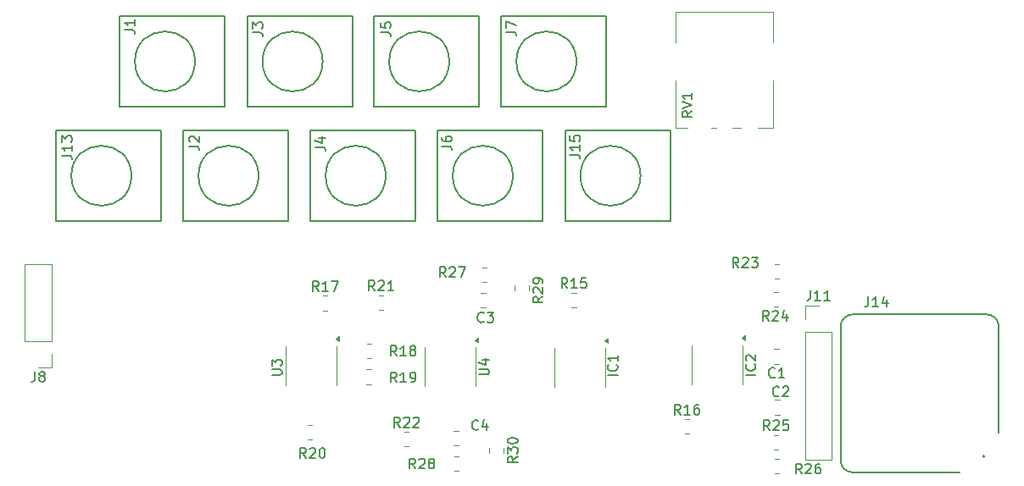
<source format=gbr>
G04 #@! TF.GenerationSoftware,KiCad,Pcbnew,8.0.2*
G04 #@! TF.CreationDate,2025-05-17T16:19:13-07:00*
G04 #@! TF.ProjectId,Exits-1U,45786974-732d-4315-952e-6b696361645f,2.1*
G04 #@! TF.SameCoordinates,Original*
G04 #@! TF.FileFunction,Legend,Top*
G04 #@! TF.FilePolarity,Positive*
%FSLAX46Y46*%
G04 Gerber Fmt 4.6, Leading zero omitted, Abs format (unit mm)*
G04 Created by KiCad (PCBNEW 8.0.2) date 2025-05-17 16:19:13*
%MOMM*%
%LPD*%
G01*
G04 APERTURE LIST*
%ADD10C,0.150000*%
%ADD11C,0.120000*%
%ADD12C,0.127000*%
%ADD13C,0.200000*%
G04 APERTURE END LIST*
D10*
X126308219Y-139253789D02*
X125308219Y-139253789D01*
X126212980Y-138206171D02*
X126260600Y-138253790D01*
X126260600Y-138253790D02*
X126308219Y-138396647D01*
X126308219Y-138396647D02*
X126308219Y-138491885D01*
X126308219Y-138491885D02*
X126260600Y-138634742D01*
X126260600Y-138634742D02*
X126165361Y-138729980D01*
X126165361Y-138729980D02*
X126070123Y-138777599D01*
X126070123Y-138777599D02*
X125879647Y-138825218D01*
X125879647Y-138825218D02*
X125736790Y-138825218D01*
X125736790Y-138825218D02*
X125546314Y-138777599D01*
X125546314Y-138777599D02*
X125451076Y-138729980D01*
X125451076Y-138729980D02*
X125355838Y-138634742D01*
X125355838Y-138634742D02*
X125308219Y-138491885D01*
X125308219Y-138491885D02*
X125308219Y-138396647D01*
X125308219Y-138396647D02*
X125355838Y-138253790D01*
X125355838Y-138253790D02*
X125403457Y-138206171D01*
X125403457Y-137825218D02*
X125355838Y-137777599D01*
X125355838Y-137777599D02*
X125308219Y-137682361D01*
X125308219Y-137682361D02*
X125308219Y-137444266D01*
X125308219Y-137444266D02*
X125355838Y-137349028D01*
X125355838Y-137349028D02*
X125403457Y-137301409D01*
X125403457Y-137301409D02*
X125498695Y-137253790D01*
X125498695Y-137253790D02*
X125593933Y-137253790D01*
X125593933Y-137253790D02*
X125736790Y-137301409D01*
X125736790Y-137301409D02*
X126308219Y-137872837D01*
X126308219Y-137872837D02*
X126308219Y-137253790D01*
X69711219Y-116385933D02*
X70425504Y-116385933D01*
X70425504Y-116385933D02*
X70568361Y-116433552D01*
X70568361Y-116433552D02*
X70663600Y-116528790D01*
X70663600Y-116528790D02*
X70711219Y-116671647D01*
X70711219Y-116671647D02*
X70711219Y-116766885D01*
X69806457Y-115957361D02*
X69758838Y-115909742D01*
X69758838Y-115909742D02*
X69711219Y-115814504D01*
X69711219Y-115814504D02*
X69711219Y-115576409D01*
X69711219Y-115576409D02*
X69758838Y-115481171D01*
X69758838Y-115481171D02*
X69806457Y-115433552D01*
X69806457Y-115433552D02*
X69901695Y-115385933D01*
X69901695Y-115385933D02*
X69996933Y-115385933D01*
X69996933Y-115385933D02*
X70139790Y-115433552D01*
X70139790Y-115433552D02*
X70711219Y-116004980D01*
X70711219Y-116004980D02*
X70711219Y-115385933D01*
X98663619Y-139242704D02*
X99473142Y-139242704D01*
X99473142Y-139242704D02*
X99568380Y-139195085D01*
X99568380Y-139195085D02*
X99616000Y-139147466D01*
X99616000Y-139147466D02*
X99663619Y-139052228D01*
X99663619Y-139052228D02*
X99663619Y-138861752D01*
X99663619Y-138861752D02*
X99616000Y-138766514D01*
X99616000Y-138766514D02*
X99568380Y-138718895D01*
X99568380Y-138718895D02*
X99473142Y-138671276D01*
X99473142Y-138671276D02*
X98663619Y-138671276D01*
X98996952Y-137766514D02*
X99663619Y-137766514D01*
X98616000Y-138004609D02*
X99330285Y-138242704D01*
X99330285Y-138242704D02*
X99330285Y-137623657D01*
X57011219Y-117319323D02*
X57725504Y-117319323D01*
X57725504Y-117319323D02*
X57868361Y-117366942D01*
X57868361Y-117366942D02*
X57963600Y-117462180D01*
X57963600Y-117462180D02*
X58011219Y-117605037D01*
X58011219Y-117605037D02*
X58011219Y-117700275D01*
X58011219Y-116319323D02*
X58011219Y-116890751D01*
X58011219Y-116605037D02*
X57011219Y-116605037D01*
X57011219Y-116605037D02*
X57154076Y-116700275D01*
X57154076Y-116700275D02*
X57249314Y-116795513D01*
X57249314Y-116795513D02*
X57296933Y-116890751D01*
X57011219Y-115985989D02*
X57011219Y-115366942D01*
X57011219Y-115366942D02*
X57392171Y-115700275D01*
X57392171Y-115700275D02*
X57392171Y-115557418D01*
X57392171Y-115557418D02*
X57439790Y-115462180D01*
X57439790Y-115462180D02*
X57487409Y-115414561D01*
X57487409Y-115414561D02*
X57582647Y-115366942D01*
X57582647Y-115366942D02*
X57820742Y-115366942D01*
X57820742Y-115366942D02*
X57915980Y-115414561D01*
X57915980Y-115414561D02*
X57963600Y-115462180D01*
X57963600Y-115462180D02*
X58011219Y-115557418D01*
X58011219Y-115557418D02*
X58011219Y-115843132D01*
X58011219Y-115843132D02*
X57963600Y-115938370D01*
X57963600Y-115938370D02*
X57915980Y-115985989D01*
X82669142Y-130884819D02*
X82335809Y-130408628D01*
X82097714Y-130884819D02*
X82097714Y-129884819D01*
X82097714Y-129884819D02*
X82478666Y-129884819D01*
X82478666Y-129884819D02*
X82573904Y-129932438D01*
X82573904Y-129932438D02*
X82621523Y-129980057D01*
X82621523Y-129980057D02*
X82669142Y-130075295D01*
X82669142Y-130075295D02*
X82669142Y-130218152D01*
X82669142Y-130218152D02*
X82621523Y-130313390D01*
X82621523Y-130313390D02*
X82573904Y-130361009D01*
X82573904Y-130361009D02*
X82478666Y-130408628D01*
X82478666Y-130408628D02*
X82097714Y-130408628D01*
X83621523Y-130884819D02*
X83050095Y-130884819D01*
X83335809Y-130884819D02*
X83335809Y-129884819D01*
X83335809Y-129884819D02*
X83240571Y-130027676D01*
X83240571Y-130027676D02*
X83145333Y-130122914D01*
X83145333Y-130122914D02*
X83050095Y-130170533D01*
X83954857Y-129884819D02*
X84621523Y-129884819D01*
X84621523Y-129884819D02*
X84192952Y-130884819D01*
X63310419Y-104752733D02*
X64024704Y-104752733D01*
X64024704Y-104752733D02*
X64167561Y-104800352D01*
X64167561Y-104800352D02*
X64262800Y-104895590D01*
X64262800Y-104895590D02*
X64310419Y-105038447D01*
X64310419Y-105038447D02*
X64310419Y-105133685D01*
X64310419Y-103752733D02*
X64310419Y-104324161D01*
X64310419Y-104038447D02*
X63310419Y-104038447D01*
X63310419Y-104038447D02*
X63453276Y-104133685D01*
X63453276Y-104133685D02*
X63548514Y-104228923D01*
X63548514Y-104228923D02*
X63596133Y-104324161D01*
X95369142Y-129486819D02*
X95035809Y-129010628D01*
X94797714Y-129486819D02*
X94797714Y-128486819D01*
X94797714Y-128486819D02*
X95178666Y-128486819D01*
X95178666Y-128486819D02*
X95273904Y-128534438D01*
X95273904Y-128534438D02*
X95321523Y-128582057D01*
X95321523Y-128582057D02*
X95369142Y-128677295D01*
X95369142Y-128677295D02*
X95369142Y-128820152D01*
X95369142Y-128820152D02*
X95321523Y-128915390D01*
X95321523Y-128915390D02*
X95273904Y-128963009D01*
X95273904Y-128963009D02*
X95178666Y-129010628D01*
X95178666Y-129010628D02*
X94797714Y-129010628D01*
X95750095Y-128582057D02*
X95797714Y-128534438D01*
X95797714Y-128534438D02*
X95892952Y-128486819D01*
X95892952Y-128486819D02*
X96131047Y-128486819D01*
X96131047Y-128486819D02*
X96226285Y-128534438D01*
X96226285Y-128534438D02*
X96273904Y-128582057D01*
X96273904Y-128582057D02*
X96321523Y-128677295D01*
X96321523Y-128677295D02*
X96321523Y-128772533D01*
X96321523Y-128772533D02*
X96273904Y-128915390D01*
X96273904Y-128915390D02*
X95702476Y-129486819D01*
X95702476Y-129486819D02*
X96321523Y-129486819D01*
X96654857Y-128486819D02*
X97321523Y-128486819D01*
X97321523Y-128486819D02*
X96892952Y-129486819D01*
X119962019Y-112914038D02*
X119485828Y-113247371D01*
X119962019Y-113485466D02*
X118962019Y-113485466D01*
X118962019Y-113485466D02*
X118962019Y-113104514D01*
X118962019Y-113104514D02*
X119009638Y-113009276D01*
X119009638Y-113009276D02*
X119057257Y-112961657D01*
X119057257Y-112961657D02*
X119152495Y-112914038D01*
X119152495Y-112914038D02*
X119295352Y-112914038D01*
X119295352Y-112914038D02*
X119390590Y-112961657D01*
X119390590Y-112961657D02*
X119438209Y-113009276D01*
X119438209Y-113009276D02*
X119485828Y-113104514D01*
X119485828Y-113104514D02*
X119485828Y-113485466D01*
X118962019Y-112628323D02*
X119962019Y-112294990D01*
X119962019Y-112294990D02*
X118962019Y-111961657D01*
X119962019Y-111104514D02*
X119962019Y-111675942D01*
X119962019Y-111390228D02*
X118962019Y-111390228D01*
X118962019Y-111390228D02*
X119104876Y-111485466D01*
X119104876Y-111485466D02*
X119200114Y-111580704D01*
X119200114Y-111580704D02*
X119247733Y-111675942D01*
X92321142Y-148638419D02*
X91987809Y-148162228D01*
X91749714Y-148638419D02*
X91749714Y-147638419D01*
X91749714Y-147638419D02*
X92130666Y-147638419D01*
X92130666Y-147638419D02*
X92225904Y-147686038D01*
X92225904Y-147686038D02*
X92273523Y-147733657D01*
X92273523Y-147733657D02*
X92321142Y-147828895D01*
X92321142Y-147828895D02*
X92321142Y-147971752D01*
X92321142Y-147971752D02*
X92273523Y-148066990D01*
X92273523Y-148066990D02*
X92225904Y-148114609D01*
X92225904Y-148114609D02*
X92130666Y-148162228D01*
X92130666Y-148162228D02*
X91749714Y-148162228D01*
X92702095Y-147733657D02*
X92749714Y-147686038D01*
X92749714Y-147686038D02*
X92844952Y-147638419D01*
X92844952Y-147638419D02*
X93083047Y-147638419D01*
X93083047Y-147638419D02*
X93178285Y-147686038D01*
X93178285Y-147686038D02*
X93225904Y-147733657D01*
X93225904Y-147733657D02*
X93273523Y-147828895D01*
X93273523Y-147828895D02*
X93273523Y-147924133D01*
X93273523Y-147924133D02*
X93225904Y-148066990D01*
X93225904Y-148066990D02*
X92654476Y-148638419D01*
X92654476Y-148638419D02*
X93273523Y-148638419D01*
X93844952Y-148066990D02*
X93749714Y-148019371D01*
X93749714Y-148019371D02*
X93702095Y-147971752D01*
X93702095Y-147971752D02*
X93654476Y-147876514D01*
X93654476Y-147876514D02*
X93654476Y-147828895D01*
X93654476Y-147828895D02*
X93702095Y-147733657D01*
X93702095Y-147733657D02*
X93749714Y-147686038D01*
X93749714Y-147686038D02*
X93844952Y-147638419D01*
X93844952Y-147638419D02*
X94035428Y-147638419D01*
X94035428Y-147638419D02*
X94130666Y-147686038D01*
X94130666Y-147686038D02*
X94178285Y-147733657D01*
X94178285Y-147733657D02*
X94225904Y-147828895D01*
X94225904Y-147828895D02*
X94225904Y-147876514D01*
X94225904Y-147876514D02*
X94178285Y-147971752D01*
X94178285Y-147971752D02*
X94130666Y-148019371D01*
X94130666Y-148019371D02*
X94035428Y-148066990D01*
X94035428Y-148066990D02*
X93844952Y-148066990D01*
X93844952Y-148066990D02*
X93749714Y-148114609D01*
X93749714Y-148114609D02*
X93702095Y-148162228D01*
X93702095Y-148162228D02*
X93654476Y-148257466D01*
X93654476Y-148257466D02*
X93654476Y-148447942D01*
X93654476Y-148447942D02*
X93702095Y-148543180D01*
X93702095Y-148543180D02*
X93749714Y-148590800D01*
X93749714Y-148590800D02*
X93844952Y-148638419D01*
X93844952Y-148638419D02*
X94035428Y-148638419D01*
X94035428Y-148638419D02*
X94130666Y-148590800D01*
X94130666Y-148590800D02*
X94178285Y-148543180D01*
X94178285Y-148543180D02*
X94225904Y-148447942D01*
X94225904Y-148447942D02*
X94225904Y-148257466D01*
X94225904Y-148257466D02*
X94178285Y-148162228D01*
X94178285Y-148162228D02*
X94130666Y-148114609D01*
X94130666Y-148114609D02*
X94035428Y-148066990D01*
X77991619Y-139293504D02*
X78801142Y-139293504D01*
X78801142Y-139293504D02*
X78896380Y-139245885D01*
X78896380Y-139245885D02*
X78944000Y-139198266D01*
X78944000Y-139198266D02*
X78991619Y-139103028D01*
X78991619Y-139103028D02*
X78991619Y-138912552D01*
X78991619Y-138912552D02*
X78944000Y-138817314D01*
X78944000Y-138817314D02*
X78896380Y-138769695D01*
X78896380Y-138769695D02*
X78801142Y-138722076D01*
X78801142Y-138722076D02*
X77991619Y-138722076D01*
X77991619Y-138341123D02*
X77991619Y-137722076D01*
X77991619Y-137722076D02*
X78372571Y-138055409D01*
X78372571Y-138055409D02*
X78372571Y-137912552D01*
X78372571Y-137912552D02*
X78420190Y-137817314D01*
X78420190Y-137817314D02*
X78467809Y-137769695D01*
X78467809Y-137769695D02*
X78563047Y-137722076D01*
X78563047Y-137722076D02*
X78801142Y-137722076D01*
X78801142Y-137722076D02*
X78896380Y-137769695D01*
X78896380Y-137769695D02*
X78944000Y-137817314D01*
X78944000Y-137817314D02*
X78991619Y-137912552D01*
X78991619Y-137912552D02*
X78991619Y-138198266D01*
X78991619Y-138198266D02*
X78944000Y-138293504D01*
X78944000Y-138293504D02*
X78896380Y-138341123D01*
X98588533Y-144682380D02*
X98540914Y-144730000D01*
X98540914Y-144730000D02*
X98398057Y-144777619D01*
X98398057Y-144777619D02*
X98302819Y-144777619D01*
X98302819Y-144777619D02*
X98159962Y-144730000D01*
X98159962Y-144730000D02*
X98064724Y-144634761D01*
X98064724Y-144634761D02*
X98017105Y-144539523D01*
X98017105Y-144539523D02*
X97969486Y-144349047D01*
X97969486Y-144349047D02*
X97969486Y-144206190D01*
X97969486Y-144206190D02*
X98017105Y-144015714D01*
X98017105Y-144015714D02*
X98064724Y-143920476D01*
X98064724Y-143920476D02*
X98159962Y-143825238D01*
X98159962Y-143825238D02*
X98302819Y-143777619D01*
X98302819Y-143777619D02*
X98398057Y-143777619D01*
X98398057Y-143777619D02*
X98540914Y-143825238D01*
X98540914Y-143825238D02*
X98588533Y-143872857D01*
X99445676Y-144110952D02*
X99445676Y-144777619D01*
X99207581Y-143730000D02*
X98969486Y-144444285D01*
X98969486Y-144444285D02*
X99588533Y-144444285D01*
X124613942Y-128521619D02*
X124280609Y-128045428D01*
X124042514Y-128521619D02*
X124042514Y-127521619D01*
X124042514Y-127521619D02*
X124423466Y-127521619D01*
X124423466Y-127521619D02*
X124518704Y-127569238D01*
X124518704Y-127569238D02*
X124566323Y-127616857D01*
X124566323Y-127616857D02*
X124613942Y-127712095D01*
X124613942Y-127712095D02*
X124613942Y-127854952D01*
X124613942Y-127854952D02*
X124566323Y-127950190D01*
X124566323Y-127950190D02*
X124518704Y-127997809D01*
X124518704Y-127997809D02*
X124423466Y-128045428D01*
X124423466Y-128045428D02*
X124042514Y-128045428D01*
X124994895Y-127616857D02*
X125042514Y-127569238D01*
X125042514Y-127569238D02*
X125137752Y-127521619D01*
X125137752Y-127521619D02*
X125375847Y-127521619D01*
X125375847Y-127521619D02*
X125471085Y-127569238D01*
X125471085Y-127569238D02*
X125518704Y-127616857D01*
X125518704Y-127616857D02*
X125566323Y-127712095D01*
X125566323Y-127712095D02*
X125566323Y-127807333D01*
X125566323Y-127807333D02*
X125518704Y-127950190D01*
X125518704Y-127950190D02*
X124947276Y-128521619D01*
X124947276Y-128521619D02*
X125566323Y-128521619D01*
X125899657Y-127521619D02*
X126518704Y-127521619D01*
X126518704Y-127521619D02*
X126185371Y-127902571D01*
X126185371Y-127902571D02*
X126328228Y-127902571D01*
X126328228Y-127902571D02*
X126423466Y-127950190D01*
X126423466Y-127950190D02*
X126471085Y-127997809D01*
X126471085Y-127997809D02*
X126518704Y-128093047D01*
X126518704Y-128093047D02*
X126518704Y-128331142D01*
X126518704Y-128331142D02*
X126471085Y-128426380D01*
X126471085Y-128426380D02*
X126423466Y-128474000D01*
X126423466Y-128474000D02*
X126328228Y-128521619D01*
X126328228Y-128521619D02*
X126042514Y-128521619D01*
X126042514Y-128521619D02*
X125947276Y-128474000D01*
X125947276Y-128474000D02*
X125899657Y-128426380D01*
X90441542Y-140002419D02*
X90108209Y-139526228D01*
X89870114Y-140002419D02*
X89870114Y-139002419D01*
X89870114Y-139002419D02*
X90251066Y-139002419D01*
X90251066Y-139002419D02*
X90346304Y-139050038D01*
X90346304Y-139050038D02*
X90393923Y-139097657D01*
X90393923Y-139097657D02*
X90441542Y-139192895D01*
X90441542Y-139192895D02*
X90441542Y-139335752D01*
X90441542Y-139335752D02*
X90393923Y-139430990D01*
X90393923Y-139430990D02*
X90346304Y-139478609D01*
X90346304Y-139478609D02*
X90251066Y-139526228D01*
X90251066Y-139526228D02*
X89870114Y-139526228D01*
X91393923Y-140002419D02*
X90822495Y-140002419D01*
X91108209Y-140002419D02*
X91108209Y-139002419D01*
X91108209Y-139002419D02*
X91012971Y-139145276D01*
X91012971Y-139145276D02*
X90917733Y-139240514D01*
X90917733Y-139240514D02*
X90822495Y-139288133D01*
X91870114Y-140002419D02*
X92060590Y-140002419D01*
X92060590Y-140002419D02*
X92155828Y-139954800D01*
X92155828Y-139954800D02*
X92203447Y-139907180D01*
X92203447Y-139907180D02*
X92298685Y-139764323D01*
X92298685Y-139764323D02*
X92346304Y-139573847D01*
X92346304Y-139573847D02*
X92346304Y-139192895D01*
X92346304Y-139192895D02*
X92298685Y-139097657D01*
X92298685Y-139097657D02*
X92251066Y-139050038D01*
X92251066Y-139050038D02*
X92155828Y-139002419D01*
X92155828Y-139002419D02*
X91965352Y-139002419D01*
X91965352Y-139002419D02*
X91870114Y-139050038D01*
X91870114Y-139050038D02*
X91822495Y-139097657D01*
X91822495Y-139097657D02*
X91774876Y-139192895D01*
X91774876Y-139192895D02*
X91774876Y-139430990D01*
X91774876Y-139430990D02*
X91822495Y-139526228D01*
X91822495Y-139526228D02*
X91870114Y-139573847D01*
X91870114Y-139573847D02*
X91965352Y-139621466D01*
X91965352Y-139621466D02*
X92155828Y-139621466D01*
X92155828Y-139621466D02*
X92251066Y-139573847D01*
X92251066Y-139573847D02*
X92298685Y-139526228D01*
X92298685Y-139526228D02*
X92346304Y-139430990D01*
X107510342Y-130580019D02*
X107177009Y-130103828D01*
X106938914Y-130580019D02*
X106938914Y-129580019D01*
X106938914Y-129580019D02*
X107319866Y-129580019D01*
X107319866Y-129580019D02*
X107415104Y-129627638D01*
X107415104Y-129627638D02*
X107462723Y-129675257D01*
X107462723Y-129675257D02*
X107510342Y-129770495D01*
X107510342Y-129770495D02*
X107510342Y-129913352D01*
X107510342Y-129913352D02*
X107462723Y-130008590D01*
X107462723Y-130008590D02*
X107415104Y-130056209D01*
X107415104Y-130056209D02*
X107319866Y-130103828D01*
X107319866Y-130103828D02*
X106938914Y-130103828D01*
X108462723Y-130580019D02*
X107891295Y-130580019D01*
X108177009Y-130580019D02*
X108177009Y-129580019D01*
X108177009Y-129580019D02*
X108081771Y-129722876D01*
X108081771Y-129722876D02*
X107986533Y-129818114D01*
X107986533Y-129818114D02*
X107891295Y-129865733D01*
X109367485Y-129580019D02*
X108891295Y-129580019D01*
X108891295Y-129580019D02*
X108843676Y-130056209D01*
X108843676Y-130056209D02*
X108891295Y-130008590D01*
X108891295Y-130008590D02*
X108986533Y-129960971D01*
X108986533Y-129960971D02*
X109224628Y-129960971D01*
X109224628Y-129960971D02*
X109319866Y-130008590D01*
X109319866Y-130008590D02*
X109367485Y-130056209D01*
X109367485Y-130056209D02*
X109415104Y-130151447D01*
X109415104Y-130151447D02*
X109415104Y-130389542D01*
X109415104Y-130389542D02*
X109367485Y-130484780D01*
X109367485Y-130484780D02*
X109319866Y-130532400D01*
X109319866Y-130532400D02*
X109224628Y-130580019D01*
X109224628Y-130580019D02*
X108986533Y-130580019D01*
X108986533Y-130580019D02*
X108891295Y-130532400D01*
X108891295Y-130532400D02*
X108843676Y-130484780D01*
X127712742Y-144804019D02*
X127379409Y-144327828D01*
X127141314Y-144804019D02*
X127141314Y-143804019D01*
X127141314Y-143804019D02*
X127522266Y-143804019D01*
X127522266Y-143804019D02*
X127617504Y-143851638D01*
X127617504Y-143851638D02*
X127665123Y-143899257D01*
X127665123Y-143899257D02*
X127712742Y-143994495D01*
X127712742Y-143994495D02*
X127712742Y-144137352D01*
X127712742Y-144137352D02*
X127665123Y-144232590D01*
X127665123Y-144232590D02*
X127617504Y-144280209D01*
X127617504Y-144280209D02*
X127522266Y-144327828D01*
X127522266Y-144327828D02*
X127141314Y-144327828D01*
X128093695Y-143899257D02*
X128141314Y-143851638D01*
X128141314Y-143851638D02*
X128236552Y-143804019D01*
X128236552Y-143804019D02*
X128474647Y-143804019D01*
X128474647Y-143804019D02*
X128569885Y-143851638D01*
X128569885Y-143851638D02*
X128617504Y-143899257D01*
X128617504Y-143899257D02*
X128665123Y-143994495D01*
X128665123Y-143994495D02*
X128665123Y-144089733D01*
X128665123Y-144089733D02*
X128617504Y-144232590D01*
X128617504Y-144232590D02*
X128046076Y-144804019D01*
X128046076Y-144804019D02*
X128665123Y-144804019D01*
X129569885Y-143804019D02*
X129093695Y-143804019D01*
X129093695Y-143804019D02*
X129046076Y-144280209D01*
X129046076Y-144280209D02*
X129093695Y-144232590D01*
X129093695Y-144232590D02*
X129188933Y-144184971D01*
X129188933Y-144184971D02*
X129427028Y-144184971D01*
X129427028Y-144184971D02*
X129522266Y-144232590D01*
X129522266Y-144232590D02*
X129569885Y-144280209D01*
X129569885Y-144280209D02*
X129617504Y-144375447D01*
X129617504Y-144375447D02*
X129617504Y-144613542D01*
X129617504Y-144613542D02*
X129569885Y-144708780D01*
X129569885Y-144708780D02*
X129522266Y-144756400D01*
X129522266Y-144756400D02*
X129427028Y-144804019D01*
X129427028Y-144804019D02*
X129188933Y-144804019D01*
X129188933Y-144804019D02*
X129093695Y-144756400D01*
X129093695Y-144756400D02*
X129046076Y-144708780D01*
X118803942Y-143229219D02*
X118470609Y-142753028D01*
X118232514Y-143229219D02*
X118232514Y-142229219D01*
X118232514Y-142229219D02*
X118613466Y-142229219D01*
X118613466Y-142229219D02*
X118708704Y-142276838D01*
X118708704Y-142276838D02*
X118756323Y-142324457D01*
X118756323Y-142324457D02*
X118803942Y-142419695D01*
X118803942Y-142419695D02*
X118803942Y-142562552D01*
X118803942Y-142562552D02*
X118756323Y-142657790D01*
X118756323Y-142657790D02*
X118708704Y-142705409D01*
X118708704Y-142705409D02*
X118613466Y-142753028D01*
X118613466Y-142753028D02*
X118232514Y-142753028D01*
X119756323Y-143229219D02*
X119184895Y-143229219D01*
X119470609Y-143229219D02*
X119470609Y-142229219D01*
X119470609Y-142229219D02*
X119375371Y-142372076D01*
X119375371Y-142372076D02*
X119280133Y-142467314D01*
X119280133Y-142467314D02*
X119184895Y-142514933D01*
X120613466Y-142229219D02*
X120422990Y-142229219D01*
X120422990Y-142229219D02*
X120327752Y-142276838D01*
X120327752Y-142276838D02*
X120280133Y-142324457D01*
X120280133Y-142324457D02*
X120184895Y-142467314D01*
X120184895Y-142467314D02*
X120137276Y-142657790D01*
X120137276Y-142657790D02*
X120137276Y-143038742D01*
X120137276Y-143038742D02*
X120184895Y-143133980D01*
X120184895Y-143133980D02*
X120232514Y-143181600D01*
X120232514Y-143181600D02*
X120327752Y-143229219D01*
X120327752Y-143229219D02*
X120518228Y-143229219D01*
X120518228Y-143229219D02*
X120613466Y-143181600D01*
X120613466Y-143181600D02*
X120661085Y-143133980D01*
X120661085Y-143133980D02*
X120708704Y-143038742D01*
X120708704Y-143038742D02*
X120708704Y-142800647D01*
X120708704Y-142800647D02*
X120661085Y-142705409D01*
X120661085Y-142705409D02*
X120613466Y-142657790D01*
X120613466Y-142657790D02*
X120518228Y-142610171D01*
X120518228Y-142610171D02*
X120327752Y-142610171D01*
X120327752Y-142610171D02*
X120232514Y-142657790D01*
X120232514Y-142657790D02*
X120184895Y-142705409D01*
X120184895Y-142705409D02*
X120137276Y-142800647D01*
X107760419Y-117268523D02*
X108474704Y-117268523D01*
X108474704Y-117268523D02*
X108617561Y-117316142D01*
X108617561Y-117316142D02*
X108712800Y-117411380D01*
X108712800Y-117411380D02*
X108760419Y-117554237D01*
X108760419Y-117554237D02*
X108760419Y-117649475D01*
X108760419Y-116268523D02*
X108760419Y-116839951D01*
X108760419Y-116554237D02*
X107760419Y-116554237D01*
X107760419Y-116554237D02*
X107903276Y-116649475D01*
X107903276Y-116649475D02*
X107998514Y-116744713D01*
X107998514Y-116744713D02*
X108046133Y-116839951D01*
X107760419Y-115363761D02*
X107760419Y-115839951D01*
X107760419Y-115839951D02*
X108236609Y-115887570D01*
X108236609Y-115887570D02*
X108188990Y-115839951D01*
X108188990Y-115839951D02*
X108141371Y-115744713D01*
X108141371Y-115744713D02*
X108141371Y-115506618D01*
X108141371Y-115506618D02*
X108188990Y-115411380D01*
X108188990Y-115411380D02*
X108236609Y-115363761D01*
X108236609Y-115363761D02*
X108331847Y-115316142D01*
X108331847Y-115316142D02*
X108569942Y-115316142D01*
X108569942Y-115316142D02*
X108665180Y-115363761D01*
X108665180Y-115363761D02*
X108712800Y-115411380D01*
X108712800Y-115411380D02*
X108760419Y-115506618D01*
X108760419Y-115506618D02*
X108760419Y-115744713D01*
X108760419Y-115744713D02*
X108712800Y-115839951D01*
X108712800Y-115839951D02*
X108665180Y-115887570D01*
X137562676Y-131442219D02*
X137562676Y-132156504D01*
X137562676Y-132156504D02*
X137515057Y-132299361D01*
X137515057Y-132299361D02*
X137419819Y-132394600D01*
X137419819Y-132394600D02*
X137276962Y-132442219D01*
X137276962Y-132442219D02*
X137181724Y-132442219D01*
X138562676Y-132442219D02*
X137991248Y-132442219D01*
X138276962Y-132442219D02*
X138276962Y-131442219D01*
X138276962Y-131442219D02*
X138181724Y-131585076D01*
X138181724Y-131585076D02*
X138086486Y-131680314D01*
X138086486Y-131680314D02*
X137991248Y-131727933D01*
X139419819Y-131775552D02*
X139419819Y-132442219D01*
X139181724Y-131394600D02*
X138943629Y-132108885D01*
X138943629Y-132108885D02*
X139562676Y-132108885D01*
X81399142Y-147571619D02*
X81065809Y-147095428D01*
X80827714Y-147571619D02*
X80827714Y-146571619D01*
X80827714Y-146571619D02*
X81208666Y-146571619D01*
X81208666Y-146571619D02*
X81303904Y-146619238D01*
X81303904Y-146619238D02*
X81351523Y-146666857D01*
X81351523Y-146666857D02*
X81399142Y-146762095D01*
X81399142Y-146762095D02*
X81399142Y-146904952D01*
X81399142Y-146904952D02*
X81351523Y-147000190D01*
X81351523Y-147000190D02*
X81303904Y-147047809D01*
X81303904Y-147047809D02*
X81208666Y-147095428D01*
X81208666Y-147095428D02*
X80827714Y-147095428D01*
X81780095Y-146666857D02*
X81827714Y-146619238D01*
X81827714Y-146619238D02*
X81922952Y-146571619D01*
X81922952Y-146571619D02*
X82161047Y-146571619D01*
X82161047Y-146571619D02*
X82256285Y-146619238D01*
X82256285Y-146619238D02*
X82303904Y-146666857D01*
X82303904Y-146666857D02*
X82351523Y-146762095D01*
X82351523Y-146762095D02*
X82351523Y-146857333D01*
X82351523Y-146857333D02*
X82303904Y-147000190D01*
X82303904Y-147000190D02*
X81732476Y-147571619D01*
X81732476Y-147571619D02*
X82351523Y-147571619D01*
X82970571Y-146571619D02*
X83065809Y-146571619D01*
X83065809Y-146571619D02*
X83161047Y-146619238D01*
X83161047Y-146619238D02*
X83208666Y-146666857D01*
X83208666Y-146666857D02*
X83256285Y-146762095D01*
X83256285Y-146762095D02*
X83303904Y-146952571D01*
X83303904Y-146952571D02*
X83303904Y-147190666D01*
X83303904Y-147190666D02*
X83256285Y-147381142D01*
X83256285Y-147381142D02*
X83208666Y-147476380D01*
X83208666Y-147476380D02*
X83161047Y-147524000D01*
X83161047Y-147524000D02*
X83065809Y-147571619D01*
X83065809Y-147571619D02*
X82970571Y-147571619D01*
X82970571Y-147571619D02*
X82875333Y-147524000D01*
X82875333Y-147524000D02*
X82827714Y-147476380D01*
X82827714Y-147476380D02*
X82780095Y-147381142D01*
X82780095Y-147381142D02*
X82732476Y-147190666D01*
X82732476Y-147190666D02*
X82732476Y-146952571D01*
X82732476Y-146952571D02*
X82780095Y-146762095D01*
X82780095Y-146762095D02*
X82827714Y-146666857D01*
X82827714Y-146666857D02*
X82875333Y-146619238D01*
X82875333Y-146619238D02*
X82970571Y-146571619D01*
X102536419Y-147454857D02*
X102060228Y-147788190D01*
X102536419Y-148026285D02*
X101536419Y-148026285D01*
X101536419Y-148026285D02*
X101536419Y-147645333D01*
X101536419Y-147645333D02*
X101584038Y-147550095D01*
X101584038Y-147550095D02*
X101631657Y-147502476D01*
X101631657Y-147502476D02*
X101726895Y-147454857D01*
X101726895Y-147454857D02*
X101869752Y-147454857D01*
X101869752Y-147454857D02*
X101964990Y-147502476D01*
X101964990Y-147502476D02*
X102012609Y-147550095D01*
X102012609Y-147550095D02*
X102060228Y-147645333D01*
X102060228Y-147645333D02*
X102060228Y-148026285D01*
X101536419Y-147121523D02*
X101536419Y-146502476D01*
X101536419Y-146502476D02*
X101917371Y-146835809D01*
X101917371Y-146835809D02*
X101917371Y-146692952D01*
X101917371Y-146692952D02*
X101964990Y-146597714D01*
X101964990Y-146597714D02*
X102012609Y-146550095D01*
X102012609Y-146550095D02*
X102107847Y-146502476D01*
X102107847Y-146502476D02*
X102345942Y-146502476D01*
X102345942Y-146502476D02*
X102441180Y-146550095D01*
X102441180Y-146550095D02*
X102488800Y-146597714D01*
X102488800Y-146597714D02*
X102536419Y-146692952D01*
X102536419Y-146692952D02*
X102536419Y-146978666D01*
X102536419Y-146978666D02*
X102488800Y-147073904D01*
X102488800Y-147073904D02*
X102441180Y-147121523D01*
X101536419Y-145883428D02*
X101536419Y-145788190D01*
X101536419Y-145788190D02*
X101584038Y-145692952D01*
X101584038Y-145692952D02*
X101631657Y-145645333D01*
X101631657Y-145645333D02*
X101726895Y-145597714D01*
X101726895Y-145597714D02*
X101917371Y-145550095D01*
X101917371Y-145550095D02*
X102155466Y-145550095D01*
X102155466Y-145550095D02*
X102345942Y-145597714D01*
X102345942Y-145597714D02*
X102441180Y-145645333D01*
X102441180Y-145645333D02*
X102488800Y-145692952D01*
X102488800Y-145692952D02*
X102536419Y-145788190D01*
X102536419Y-145788190D02*
X102536419Y-145883428D01*
X102536419Y-145883428D02*
X102488800Y-145978666D01*
X102488800Y-145978666D02*
X102441180Y-146026285D01*
X102441180Y-146026285D02*
X102345942Y-146073904D01*
X102345942Y-146073904D02*
X102155466Y-146121523D01*
X102155466Y-146121523D02*
X101917371Y-146121523D01*
X101917371Y-146121523D02*
X101726895Y-146073904D01*
X101726895Y-146073904D02*
X101631657Y-146026285D01*
X101631657Y-146026285D02*
X101584038Y-145978666D01*
X101584038Y-145978666D02*
X101536419Y-145883428D01*
X94958819Y-116385933D02*
X95673104Y-116385933D01*
X95673104Y-116385933D02*
X95815961Y-116433552D01*
X95815961Y-116433552D02*
X95911200Y-116528790D01*
X95911200Y-116528790D02*
X95958819Y-116671647D01*
X95958819Y-116671647D02*
X95958819Y-116766885D01*
X94958819Y-115481171D02*
X94958819Y-115671647D01*
X94958819Y-115671647D02*
X95006438Y-115766885D01*
X95006438Y-115766885D02*
X95054057Y-115814504D01*
X95054057Y-115814504D02*
X95196914Y-115909742D01*
X95196914Y-115909742D02*
X95387390Y-115957361D01*
X95387390Y-115957361D02*
X95768342Y-115957361D01*
X95768342Y-115957361D02*
X95863580Y-115909742D01*
X95863580Y-115909742D02*
X95911200Y-115862123D01*
X95911200Y-115862123D02*
X95958819Y-115766885D01*
X95958819Y-115766885D02*
X95958819Y-115576409D01*
X95958819Y-115576409D02*
X95911200Y-115481171D01*
X95911200Y-115481171D02*
X95863580Y-115433552D01*
X95863580Y-115433552D02*
X95768342Y-115385933D01*
X95768342Y-115385933D02*
X95530247Y-115385933D01*
X95530247Y-115385933D02*
X95435009Y-115433552D01*
X95435009Y-115433552D02*
X95387390Y-115481171D01*
X95387390Y-115481171D02*
X95339771Y-115576409D01*
X95339771Y-115576409D02*
X95339771Y-115766885D01*
X95339771Y-115766885D02*
X95387390Y-115862123D01*
X95387390Y-115862123D02*
X95435009Y-115909742D01*
X95435009Y-115909742D02*
X95530247Y-115957361D01*
X105052019Y-131452857D02*
X104575828Y-131786190D01*
X105052019Y-132024285D02*
X104052019Y-132024285D01*
X104052019Y-132024285D02*
X104052019Y-131643333D01*
X104052019Y-131643333D02*
X104099638Y-131548095D01*
X104099638Y-131548095D02*
X104147257Y-131500476D01*
X104147257Y-131500476D02*
X104242495Y-131452857D01*
X104242495Y-131452857D02*
X104385352Y-131452857D01*
X104385352Y-131452857D02*
X104480590Y-131500476D01*
X104480590Y-131500476D02*
X104528209Y-131548095D01*
X104528209Y-131548095D02*
X104575828Y-131643333D01*
X104575828Y-131643333D02*
X104575828Y-132024285D01*
X104147257Y-131071904D02*
X104099638Y-131024285D01*
X104099638Y-131024285D02*
X104052019Y-130929047D01*
X104052019Y-130929047D02*
X104052019Y-130690952D01*
X104052019Y-130690952D02*
X104099638Y-130595714D01*
X104099638Y-130595714D02*
X104147257Y-130548095D01*
X104147257Y-130548095D02*
X104242495Y-130500476D01*
X104242495Y-130500476D02*
X104337733Y-130500476D01*
X104337733Y-130500476D02*
X104480590Y-130548095D01*
X104480590Y-130548095D02*
X105052019Y-131119523D01*
X105052019Y-131119523D02*
X105052019Y-130500476D01*
X105052019Y-130024285D02*
X105052019Y-129833809D01*
X105052019Y-129833809D02*
X105004400Y-129738571D01*
X105004400Y-129738571D02*
X104956780Y-129690952D01*
X104956780Y-129690952D02*
X104813923Y-129595714D01*
X104813923Y-129595714D02*
X104623447Y-129548095D01*
X104623447Y-129548095D02*
X104242495Y-129548095D01*
X104242495Y-129548095D02*
X104147257Y-129595714D01*
X104147257Y-129595714D02*
X104099638Y-129643333D01*
X104099638Y-129643333D02*
X104052019Y-129738571D01*
X104052019Y-129738571D02*
X104052019Y-129929047D01*
X104052019Y-129929047D02*
X104099638Y-130024285D01*
X104099638Y-130024285D02*
X104147257Y-130071904D01*
X104147257Y-130071904D02*
X104242495Y-130119523D01*
X104242495Y-130119523D02*
X104480590Y-130119523D01*
X104480590Y-130119523D02*
X104575828Y-130071904D01*
X104575828Y-130071904D02*
X104623447Y-130024285D01*
X104623447Y-130024285D02*
X104671066Y-129929047D01*
X104671066Y-129929047D02*
X104671066Y-129738571D01*
X104671066Y-129738571D02*
X104623447Y-129643333D01*
X104623447Y-129643333D02*
X104575828Y-129595714D01*
X104575828Y-129595714D02*
X104480590Y-129548095D01*
X128646133Y-141329580D02*
X128598514Y-141377200D01*
X128598514Y-141377200D02*
X128455657Y-141424819D01*
X128455657Y-141424819D02*
X128360419Y-141424819D01*
X128360419Y-141424819D02*
X128217562Y-141377200D01*
X128217562Y-141377200D02*
X128122324Y-141281961D01*
X128122324Y-141281961D02*
X128074705Y-141186723D01*
X128074705Y-141186723D02*
X128027086Y-140996247D01*
X128027086Y-140996247D02*
X128027086Y-140853390D01*
X128027086Y-140853390D02*
X128074705Y-140662914D01*
X128074705Y-140662914D02*
X128122324Y-140567676D01*
X128122324Y-140567676D02*
X128217562Y-140472438D01*
X128217562Y-140472438D02*
X128360419Y-140424819D01*
X128360419Y-140424819D02*
X128455657Y-140424819D01*
X128455657Y-140424819D02*
X128598514Y-140472438D01*
X128598514Y-140472438D02*
X128646133Y-140520057D01*
X129027086Y-140520057D02*
X129074705Y-140472438D01*
X129074705Y-140472438D02*
X129169943Y-140424819D01*
X129169943Y-140424819D02*
X129408038Y-140424819D01*
X129408038Y-140424819D02*
X129503276Y-140472438D01*
X129503276Y-140472438D02*
X129550895Y-140520057D01*
X129550895Y-140520057D02*
X129598514Y-140615295D01*
X129598514Y-140615295D02*
X129598514Y-140710533D01*
X129598514Y-140710533D02*
X129550895Y-140853390D01*
X129550895Y-140853390D02*
X128979467Y-141424819D01*
X128979467Y-141424819D02*
X129598514Y-141424819D01*
X76061219Y-105006733D02*
X76775504Y-105006733D01*
X76775504Y-105006733D02*
X76918361Y-105054352D01*
X76918361Y-105054352D02*
X77013600Y-105149590D01*
X77013600Y-105149590D02*
X77061219Y-105292447D01*
X77061219Y-105292447D02*
X77061219Y-105387685D01*
X76061219Y-104625780D02*
X76061219Y-104006733D01*
X76061219Y-104006733D02*
X76442171Y-104340066D01*
X76442171Y-104340066D02*
X76442171Y-104197209D01*
X76442171Y-104197209D02*
X76489790Y-104101971D01*
X76489790Y-104101971D02*
X76537409Y-104054352D01*
X76537409Y-104054352D02*
X76632647Y-104006733D01*
X76632647Y-104006733D02*
X76870742Y-104006733D01*
X76870742Y-104006733D02*
X76965980Y-104054352D01*
X76965980Y-104054352D02*
X77013600Y-104101971D01*
X77013600Y-104101971D02*
X77061219Y-104197209D01*
X77061219Y-104197209D02*
X77061219Y-104482923D01*
X77061219Y-104482923D02*
X77013600Y-104578161D01*
X77013600Y-104578161D02*
X76965980Y-104625780D01*
X54327466Y-138944819D02*
X54327466Y-139659104D01*
X54327466Y-139659104D02*
X54279847Y-139801961D01*
X54279847Y-139801961D02*
X54184609Y-139897200D01*
X54184609Y-139897200D02*
X54041752Y-139944819D01*
X54041752Y-139944819D02*
X53946514Y-139944819D01*
X54946514Y-139373390D02*
X54851276Y-139325771D01*
X54851276Y-139325771D02*
X54803657Y-139278152D01*
X54803657Y-139278152D02*
X54756038Y-139182914D01*
X54756038Y-139182914D02*
X54756038Y-139135295D01*
X54756038Y-139135295D02*
X54803657Y-139040057D01*
X54803657Y-139040057D02*
X54851276Y-138992438D01*
X54851276Y-138992438D02*
X54946514Y-138944819D01*
X54946514Y-138944819D02*
X55136990Y-138944819D01*
X55136990Y-138944819D02*
X55232228Y-138992438D01*
X55232228Y-138992438D02*
X55279847Y-139040057D01*
X55279847Y-139040057D02*
X55327466Y-139135295D01*
X55327466Y-139135295D02*
X55327466Y-139182914D01*
X55327466Y-139182914D02*
X55279847Y-139278152D01*
X55279847Y-139278152D02*
X55232228Y-139325771D01*
X55232228Y-139325771D02*
X55136990Y-139373390D01*
X55136990Y-139373390D02*
X54946514Y-139373390D01*
X54946514Y-139373390D02*
X54851276Y-139421009D01*
X54851276Y-139421009D02*
X54803657Y-139468628D01*
X54803657Y-139468628D02*
X54756038Y-139563866D01*
X54756038Y-139563866D02*
X54756038Y-139754342D01*
X54756038Y-139754342D02*
X54803657Y-139849580D01*
X54803657Y-139849580D02*
X54851276Y-139897200D01*
X54851276Y-139897200D02*
X54946514Y-139944819D01*
X54946514Y-139944819D02*
X55136990Y-139944819D01*
X55136990Y-139944819D02*
X55232228Y-139897200D01*
X55232228Y-139897200D02*
X55279847Y-139849580D01*
X55279847Y-139849580D02*
X55327466Y-139754342D01*
X55327466Y-139754342D02*
X55327466Y-139563866D01*
X55327466Y-139563866D02*
X55279847Y-139468628D01*
X55279847Y-139468628D02*
X55232228Y-139421009D01*
X55232228Y-139421009D02*
X55136990Y-139373390D01*
X82309619Y-116487533D02*
X83023904Y-116487533D01*
X83023904Y-116487533D02*
X83166761Y-116535152D01*
X83166761Y-116535152D02*
X83262000Y-116630390D01*
X83262000Y-116630390D02*
X83309619Y-116773247D01*
X83309619Y-116773247D02*
X83309619Y-116868485D01*
X82642952Y-115582771D02*
X83309619Y-115582771D01*
X82262000Y-115820866D02*
X82976285Y-116058961D01*
X82976285Y-116058961D02*
X82976285Y-115439914D01*
X130913142Y-149146419D02*
X130579809Y-148670228D01*
X130341714Y-149146419D02*
X130341714Y-148146419D01*
X130341714Y-148146419D02*
X130722666Y-148146419D01*
X130722666Y-148146419D02*
X130817904Y-148194038D01*
X130817904Y-148194038D02*
X130865523Y-148241657D01*
X130865523Y-148241657D02*
X130913142Y-148336895D01*
X130913142Y-148336895D02*
X130913142Y-148479752D01*
X130913142Y-148479752D02*
X130865523Y-148574990D01*
X130865523Y-148574990D02*
X130817904Y-148622609D01*
X130817904Y-148622609D02*
X130722666Y-148670228D01*
X130722666Y-148670228D02*
X130341714Y-148670228D01*
X131294095Y-148241657D02*
X131341714Y-148194038D01*
X131341714Y-148194038D02*
X131436952Y-148146419D01*
X131436952Y-148146419D02*
X131675047Y-148146419D01*
X131675047Y-148146419D02*
X131770285Y-148194038D01*
X131770285Y-148194038D02*
X131817904Y-148241657D01*
X131817904Y-148241657D02*
X131865523Y-148336895D01*
X131865523Y-148336895D02*
X131865523Y-148432133D01*
X131865523Y-148432133D02*
X131817904Y-148574990D01*
X131817904Y-148574990D02*
X131246476Y-149146419D01*
X131246476Y-149146419D02*
X131865523Y-149146419D01*
X132722666Y-148146419D02*
X132532190Y-148146419D01*
X132532190Y-148146419D02*
X132436952Y-148194038D01*
X132436952Y-148194038D02*
X132389333Y-148241657D01*
X132389333Y-148241657D02*
X132294095Y-148384514D01*
X132294095Y-148384514D02*
X132246476Y-148574990D01*
X132246476Y-148574990D02*
X132246476Y-148955942D01*
X132246476Y-148955942D02*
X132294095Y-149051180D01*
X132294095Y-149051180D02*
X132341714Y-149098800D01*
X132341714Y-149098800D02*
X132436952Y-149146419D01*
X132436952Y-149146419D02*
X132627428Y-149146419D01*
X132627428Y-149146419D02*
X132722666Y-149098800D01*
X132722666Y-149098800D02*
X132770285Y-149051180D01*
X132770285Y-149051180D02*
X132817904Y-148955942D01*
X132817904Y-148955942D02*
X132817904Y-148717847D01*
X132817904Y-148717847D02*
X132770285Y-148622609D01*
X132770285Y-148622609D02*
X132722666Y-148574990D01*
X132722666Y-148574990D02*
X132627428Y-148527371D01*
X132627428Y-148527371D02*
X132436952Y-148527371D01*
X132436952Y-148527371D02*
X132341714Y-148574990D01*
X132341714Y-148574990D02*
X132294095Y-148622609D01*
X132294095Y-148622609D02*
X132246476Y-148717847D01*
X112519619Y-139304589D02*
X111519619Y-139304589D01*
X112424380Y-138256971D02*
X112472000Y-138304590D01*
X112472000Y-138304590D02*
X112519619Y-138447447D01*
X112519619Y-138447447D02*
X112519619Y-138542685D01*
X112519619Y-138542685D02*
X112472000Y-138685542D01*
X112472000Y-138685542D02*
X112376761Y-138780780D01*
X112376761Y-138780780D02*
X112281523Y-138828399D01*
X112281523Y-138828399D02*
X112091047Y-138876018D01*
X112091047Y-138876018D02*
X111948190Y-138876018D01*
X111948190Y-138876018D02*
X111757714Y-138828399D01*
X111757714Y-138828399D02*
X111662476Y-138780780D01*
X111662476Y-138780780D02*
X111567238Y-138685542D01*
X111567238Y-138685542D02*
X111519619Y-138542685D01*
X111519619Y-138542685D02*
X111519619Y-138447447D01*
X111519619Y-138447447D02*
X111567238Y-138304590D01*
X111567238Y-138304590D02*
X111614857Y-138256971D01*
X112519619Y-137304590D02*
X112519619Y-137876018D01*
X112519619Y-137590304D02*
X111519619Y-137590304D01*
X111519619Y-137590304D02*
X111662476Y-137685542D01*
X111662476Y-137685542D02*
X111757714Y-137780780D01*
X111757714Y-137780780D02*
X111805333Y-137876018D01*
X88862819Y-105006733D02*
X89577104Y-105006733D01*
X89577104Y-105006733D02*
X89719961Y-105054352D01*
X89719961Y-105054352D02*
X89815200Y-105149590D01*
X89815200Y-105149590D02*
X89862819Y-105292447D01*
X89862819Y-105292447D02*
X89862819Y-105387685D01*
X88862819Y-104054352D02*
X88862819Y-104530542D01*
X88862819Y-104530542D02*
X89339009Y-104578161D01*
X89339009Y-104578161D02*
X89291390Y-104530542D01*
X89291390Y-104530542D02*
X89243771Y-104435304D01*
X89243771Y-104435304D02*
X89243771Y-104197209D01*
X89243771Y-104197209D02*
X89291390Y-104101971D01*
X89291390Y-104101971D02*
X89339009Y-104054352D01*
X89339009Y-104054352D02*
X89434247Y-104006733D01*
X89434247Y-104006733D02*
X89672342Y-104006733D01*
X89672342Y-104006733D02*
X89767580Y-104054352D01*
X89767580Y-104054352D02*
X89815200Y-104101971D01*
X89815200Y-104101971D02*
X89862819Y-104197209D01*
X89862819Y-104197209D02*
X89862819Y-104435304D01*
X89862819Y-104435304D02*
X89815200Y-104530542D01*
X89815200Y-104530542D02*
X89767580Y-104578161D01*
X127611142Y-133855619D02*
X127277809Y-133379428D01*
X127039714Y-133855619D02*
X127039714Y-132855619D01*
X127039714Y-132855619D02*
X127420666Y-132855619D01*
X127420666Y-132855619D02*
X127515904Y-132903238D01*
X127515904Y-132903238D02*
X127563523Y-132950857D01*
X127563523Y-132950857D02*
X127611142Y-133046095D01*
X127611142Y-133046095D02*
X127611142Y-133188952D01*
X127611142Y-133188952D02*
X127563523Y-133284190D01*
X127563523Y-133284190D02*
X127515904Y-133331809D01*
X127515904Y-133331809D02*
X127420666Y-133379428D01*
X127420666Y-133379428D02*
X127039714Y-133379428D01*
X127992095Y-132950857D02*
X128039714Y-132903238D01*
X128039714Y-132903238D02*
X128134952Y-132855619D01*
X128134952Y-132855619D02*
X128373047Y-132855619D01*
X128373047Y-132855619D02*
X128468285Y-132903238D01*
X128468285Y-132903238D02*
X128515904Y-132950857D01*
X128515904Y-132950857D02*
X128563523Y-133046095D01*
X128563523Y-133046095D02*
X128563523Y-133141333D01*
X128563523Y-133141333D02*
X128515904Y-133284190D01*
X128515904Y-133284190D02*
X127944476Y-133855619D01*
X127944476Y-133855619D02*
X128563523Y-133855619D01*
X129420666Y-133188952D02*
X129420666Y-133855619D01*
X129182571Y-132808000D02*
X128944476Y-133522285D01*
X128944476Y-133522285D02*
X129563523Y-133522285D01*
X101359619Y-104955933D02*
X102073904Y-104955933D01*
X102073904Y-104955933D02*
X102216761Y-105003552D01*
X102216761Y-105003552D02*
X102312000Y-105098790D01*
X102312000Y-105098790D02*
X102359619Y-105241647D01*
X102359619Y-105241647D02*
X102359619Y-105336885D01*
X101359619Y-104574980D02*
X101359619Y-103908314D01*
X101359619Y-103908314D02*
X102359619Y-104336885D01*
X99147333Y-133912780D02*
X99099714Y-133960400D01*
X99099714Y-133960400D02*
X98956857Y-134008019D01*
X98956857Y-134008019D02*
X98861619Y-134008019D01*
X98861619Y-134008019D02*
X98718762Y-133960400D01*
X98718762Y-133960400D02*
X98623524Y-133865161D01*
X98623524Y-133865161D02*
X98575905Y-133769923D01*
X98575905Y-133769923D02*
X98528286Y-133579447D01*
X98528286Y-133579447D02*
X98528286Y-133436590D01*
X98528286Y-133436590D02*
X98575905Y-133246114D01*
X98575905Y-133246114D02*
X98623524Y-133150876D01*
X98623524Y-133150876D02*
X98718762Y-133055638D01*
X98718762Y-133055638D02*
X98861619Y-133008019D01*
X98861619Y-133008019D02*
X98956857Y-133008019D01*
X98956857Y-133008019D02*
X99099714Y-133055638D01*
X99099714Y-133055638D02*
X99147333Y-133103257D01*
X99480667Y-133008019D02*
X100099714Y-133008019D01*
X100099714Y-133008019D02*
X99766381Y-133388971D01*
X99766381Y-133388971D02*
X99909238Y-133388971D01*
X99909238Y-133388971D02*
X100004476Y-133436590D01*
X100004476Y-133436590D02*
X100052095Y-133484209D01*
X100052095Y-133484209D02*
X100099714Y-133579447D01*
X100099714Y-133579447D02*
X100099714Y-133817542D01*
X100099714Y-133817542D02*
X100052095Y-133912780D01*
X100052095Y-133912780D02*
X100004476Y-133960400D01*
X100004476Y-133960400D02*
X99909238Y-134008019D01*
X99909238Y-134008019D02*
X99623524Y-134008019D01*
X99623524Y-134008019D02*
X99528286Y-133960400D01*
X99528286Y-133960400D02*
X99480667Y-133912780D01*
X88257142Y-130834019D02*
X87923809Y-130357828D01*
X87685714Y-130834019D02*
X87685714Y-129834019D01*
X87685714Y-129834019D02*
X88066666Y-129834019D01*
X88066666Y-129834019D02*
X88161904Y-129881638D01*
X88161904Y-129881638D02*
X88209523Y-129929257D01*
X88209523Y-129929257D02*
X88257142Y-130024495D01*
X88257142Y-130024495D02*
X88257142Y-130167352D01*
X88257142Y-130167352D02*
X88209523Y-130262590D01*
X88209523Y-130262590D02*
X88161904Y-130310209D01*
X88161904Y-130310209D02*
X88066666Y-130357828D01*
X88066666Y-130357828D02*
X87685714Y-130357828D01*
X88638095Y-129929257D02*
X88685714Y-129881638D01*
X88685714Y-129881638D02*
X88780952Y-129834019D01*
X88780952Y-129834019D02*
X89019047Y-129834019D01*
X89019047Y-129834019D02*
X89114285Y-129881638D01*
X89114285Y-129881638D02*
X89161904Y-129929257D01*
X89161904Y-129929257D02*
X89209523Y-130024495D01*
X89209523Y-130024495D02*
X89209523Y-130119733D01*
X89209523Y-130119733D02*
X89161904Y-130262590D01*
X89161904Y-130262590D02*
X88590476Y-130834019D01*
X88590476Y-130834019D02*
X89209523Y-130834019D01*
X90161904Y-130834019D02*
X89590476Y-130834019D01*
X89876190Y-130834019D02*
X89876190Y-129834019D01*
X89876190Y-129834019D02*
X89780952Y-129976876D01*
X89780952Y-129976876D02*
X89685714Y-130072114D01*
X89685714Y-130072114D02*
X89590476Y-130119733D01*
X90441542Y-137360819D02*
X90108209Y-136884628D01*
X89870114Y-137360819D02*
X89870114Y-136360819D01*
X89870114Y-136360819D02*
X90251066Y-136360819D01*
X90251066Y-136360819D02*
X90346304Y-136408438D01*
X90346304Y-136408438D02*
X90393923Y-136456057D01*
X90393923Y-136456057D02*
X90441542Y-136551295D01*
X90441542Y-136551295D02*
X90441542Y-136694152D01*
X90441542Y-136694152D02*
X90393923Y-136789390D01*
X90393923Y-136789390D02*
X90346304Y-136837009D01*
X90346304Y-136837009D02*
X90251066Y-136884628D01*
X90251066Y-136884628D02*
X89870114Y-136884628D01*
X91393923Y-137360819D02*
X90822495Y-137360819D01*
X91108209Y-137360819D02*
X91108209Y-136360819D01*
X91108209Y-136360819D02*
X91012971Y-136503676D01*
X91012971Y-136503676D02*
X90917733Y-136598914D01*
X90917733Y-136598914D02*
X90822495Y-136646533D01*
X91965352Y-136789390D02*
X91870114Y-136741771D01*
X91870114Y-136741771D02*
X91822495Y-136694152D01*
X91822495Y-136694152D02*
X91774876Y-136598914D01*
X91774876Y-136598914D02*
X91774876Y-136551295D01*
X91774876Y-136551295D02*
X91822495Y-136456057D01*
X91822495Y-136456057D02*
X91870114Y-136408438D01*
X91870114Y-136408438D02*
X91965352Y-136360819D01*
X91965352Y-136360819D02*
X92155828Y-136360819D01*
X92155828Y-136360819D02*
X92251066Y-136408438D01*
X92251066Y-136408438D02*
X92298685Y-136456057D01*
X92298685Y-136456057D02*
X92346304Y-136551295D01*
X92346304Y-136551295D02*
X92346304Y-136598914D01*
X92346304Y-136598914D02*
X92298685Y-136694152D01*
X92298685Y-136694152D02*
X92251066Y-136741771D01*
X92251066Y-136741771D02*
X92155828Y-136789390D01*
X92155828Y-136789390D02*
X91965352Y-136789390D01*
X91965352Y-136789390D02*
X91870114Y-136837009D01*
X91870114Y-136837009D02*
X91822495Y-136884628D01*
X91822495Y-136884628D02*
X91774876Y-136979866D01*
X91774876Y-136979866D02*
X91774876Y-137170342D01*
X91774876Y-137170342D02*
X91822495Y-137265580D01*
X91822495Y-137265580D02*
X91870114Y-137313200D01*
X91870114Y-137313200D02*
X91965352Y-137360819D01*
X91965352Y-137360819D02*
X92155828Y-137360819D01*
X92155828Y-137360819D02*
X92251066Y-137313200D01*
X92251066Y-137313200D02*
X92298685Y-137265580D01*
X92298685Y-137265580D02*
X92346304Y-137170342D01*
X92346304Y-137170342D02*
X92346304Y-136979866D01*
X92346304Y-136979866D02*
X92298685Y-136884628D01*
X92298685Y-136884628D02*
X92251066Y-136837009D01*
X92251066Y-136837009D02*
X92155828Y-136789390D01*
X128239733Y-139453580D02*
X128192114Y-139501200D01*
X128192114Y-139501200D02*
X128049257Y-139548819D01*
X128049257Y-139548819D02*
X127954019Y-139548819D01*
X127954019Y-139548819D02*
X127811162Y-139501200D01*
X127811162Y-139501200D02*
X127715924Y-139405961D01*
X127715924Y-139405961D02*
X127668305Y-139310723D01*
X127668305Y-139310723D02*
X127620686Y-139120247D01*
X127620686Y-139120247D02*
X127620686Y-138977390D01*
X127620686Y-138977390D02*
X127668305Y-138786914D01*
X127668305Y-138786914D02*
X127715924Y-138691676D01*
X127715924Y-138691676D02*
X127811162Y-138596438D01*
X127811162Y-138596438D02*
X127954019Y-138548819D01*
X127954019Y-138548819D02*
X128049257Y-138548819D01*
X128049257Y-138548819D02*
X128192114Y-138596438D01*
X128192114Y-138596438D02*
X128239733Y-138644057D01*
X129192114Y-139548819D02*
X128620686Y-139548819D01*
X128906400Y-139548819D02*
X128906400Y-138548819D01*
X128906400Y-138548819D02*
X128811162Y-138691676D01*
X128811162Y-138691676D02*
X128715924Y-138786914D01*
X128715924Y-138786914D02*
X128620686Y-138834533D01*
X90797142Y-144499219D02*
X90463809Y-144023028D01*
X90225714Y-144499219D02*
X90225714Y-143499219D01*
X90225714Y-143499219D02*
X90606666Y-143499219D01*
X90606666Y-143499219D02*
X90701904Y-143546838D01*
X90701904Y-143546838D02*
X90749523Y-143594457D01*
X90749523Y-143594457D02*
X90797142Y-143689695D01*
X90797142Y-143689695D02*
X90797142Y-143832552D01*
X90797142Y-143832552D02*
X90749523Y-143927790D01*
X90749523Y-143927790D02*
X90701904Y-143975409D01*
X90701904Y-143975409D02*
X90606666Y-144023028D01*
X90606666Y-144023028D02*
X90225714Y-144023028D01*
X91178095Y-143594457D02*
X91225714Y-143546838D01*
X91225714Y-143546838D02*
X91320952Y-143499219D01*
X91320952Y-143499219D02*
X91559047Y-143499219D01*
X91559047Y-143499219D02*
X91654285Y-143546838D01*
X91654285Y-143546838D02*
X91701904Y-143594457D01*
X91701904Y-143594457D02*
X91749523Y-143689695D01*
X91749523Y-143689695D02*
X91749523Y-143784933D01*
X91749523Y-143784933D02*
X91701904Y-143927790D01*
X91701904Y-143927790D02*
X91130476Y-144499219D01*
X91130476Y-144499219D02*
X91749523Y-144499219D01*
X92130476Y-143594457D02*
X92178095Y-143546838D01*
X92178095Y-143546838D02*
X92273333Y-143499219D01*
X92273333Y-143499219D02*
X92511428Y-143499219D01*
X92511428Y-143499219D02*
X92606666Y-143546838D01*
X92606666Y-143546838D02*
X92654285Y-143594457D01*
X92654285Y-143594457D02*
X92701904Y-143689695D01*
X92701904Y-143689695D02*
X92701904Y-143784933D01*
X92701904Y-143784933D02*
X92654285Y-143927790D01*
X92654285Y-143927790D02*
X92082857Y-144499219D01*
X92082857Y-144499219D02*
X92701904Y-144499219D01*
X131778476Y-130830419D02*
X131778476Y-131544704D01*
X131778476Y-131544704D02*
X131730857Y-131687561D01*
X131730857Y-131687561D02*
X131635619Y-131782800D01*
X131635619Y-131782800D02*
X131492762Y-131830419D01*
X131492762Y-131830419D02*
X131397524Y-131830419D01*
X132778476Y-131830419D02*
X132207048Y-131830419D01*
X132492762Y-131830419D02*
X132492762Y-130830419D01*
X132492762Y-130830419D02*
X132397524Y-130973276D01*
X132397524Y-130973276D02*
X132302286Y-131068514D01*
X132302286Y-131068514D02*
X132207048Y-131116133D01*
X133730857Y-131830419D02*
X133159429Y-131830419D01*
X133445143Y-131830419D02*
X133445143Y-130830419D01*
X133445143Y-130830419D02*
X133349905Y-130973276D01*
X133349905Y-130973276D02*
X133254667Y-131068514D01*
X133254667Y-131068514D02*
X133159429Y-131116133D01*
D11*
X119893400Y-138277600D02*
X119893400Y-136327600D01*
X119893400Y-138277600D02*
X119893400Y-140227600D01*
X125013400Y-138277600D02*
X125013400Y-136327600D01*
X125013400Y-138277600D02*
X125013400Y-140227600D01*
X125248400Y-135817600D02*
X124918400Y-135577600D01*
X125248400Y-135337600D01*
X125248400Y-135817600D01*
G36*
X125248400Y-135817600D02*
G01*
X124918400Y-135577600D01*
X125248400Y-135337600D01*
X125248400Y-135817600D01*
G37*
D10*
X69160000Y-114854600D02*
X79660000Y-114854600D01*
X69160000Y-123854600D02*
X69160000Y-114854600D01*
X79660000Y-114854600D02*
X79660000Y-123854600D01*
X79660000Y-123854600D02*
X69160000Y-123854600D01*
X76660000Y-119354600D02*
G75*
G02*
X70660000Y-119354600I-3000000J0D01*
G01*
X70660000Y-119354600D02*
G75*
G02*
X76660000Y-119354600I3000000J0D01*
G01*
D11*
X93248800Y-138480800D02*
X93248800Y-136530800D01*
X93248800Y-138480800D02*
X93248800Y-140430800D01*
X98368800Y-138480800D02*
X98368800Y-136530800D01*
X98368800Y-138480800D02*
X98368800Y-140430800D01*
X98603800Y-136020800D02*
X98273800Y-135780800D01*
X98603800Y-135540800D01*
X98603800Y-136020800D01*
G36*
X98603800Y-136020800D02*
G01*
X98273800Y-135780800D01*
X98603800Y-135540800D01*
X98603800Y-136020800D01*
G37*
D10*
X56460000Y-114854600D02*
X66960000Y-114854600D01*
X56460000Y-123854600D02*
X56460000Y-114854600D01*
X66960000Y-114854600D02*
X66960000Y-123854600D01*
X66960000Y-123854600D02*
X56460000Y-123854600D01*
X63960000Y-119354600D02*
G75*
G02*
X57960000Y-119354600I-3000000J0D01*
G01*
X57960000Y-119354600D02*
G75*
G02*
X63960000Y-119354600I3000000J0D01*
G01*
D11*
X83084936Y-131345000D02*
X83539064Y-131345000D01*
X83084936Y-132815000D02*
X83539064Y-132815000D01*
D10*
X62810000Y-103424600D02*
X73310000Y-103424600D01*
X62810000Y-112424600D02*
X62810000Y-103424600D01*
X73310000Y-103424600D02*
X73310000Y-112424600D01*
X73310000Y-112424600D02*
X62810000Y-112424600D01*
X70310000Y-107924600D02*
G75*
G02*
X64310000Y-107924600I-3000000J0D01*
G01*
X64310000Y-107924600D02*
G75*
G02*
X70310000Y-107924600I3000000J0D01*
G01*
D11*
X98985336Y-128500200D02*
X99439464Y-128500200D01*
X98985336Y-129970200D02*
X99439464Y-129970200D01*
X118294800Y-106040000D02*
X118294800Y-102980000D01*
X118294800Y-114570000D02*
X118294800Y-109850000D01*
X119474800Y-114570000D02*
X118294800Y-114570000D01*
X122374800Y-114570000D02*
X121844800Y-114570000D01*
X124824800Y-114570000D02*
X123994800Y-114570000D01*
X128034800Y-102980000D02*
X118294800Y-102980000D01*
X128034800Y-106040000D02*
X128034800Y-102980000D01*
X128034800Y-114570000D02*
X126544800Y-114570000D01*
X128034800Y-114570000D02*
X128034800Y-109850000D01*
X96191336Y-147397800D02*
X96645464Y-147397800D01*
X96191336Y-148867800D02*
X96645464Y-148867800D01*
X79329600Y-138328400D02*
X79329600Y-136378400D01*
X79329600Y-138328400D02*
X79329600Y-140278400D01*
X84449600Y-138328400D02*
X84449600Y-136378400D01*
X84449600Y-138328400D02*
X84449600Y-140278400D01*
X84684600Y-135868400D02*
X84354600Y-135628400D01*
X84684600Y-135388400D01*
X84684600Y-135868400D01*
G36*
X84684600Y-135868400D02*
G01*
X84354600Y-135628400D01*
X84684600Y-135388400D01*
X84684600Y-135868400D01*
G37*
X96157148Y-144857800D02*
X96679652Y-144857800D01*
X96157148Y-146327800D02*
X96679652Y-146327800D01*
X128230136Y-128195400D02*
X128684264Y-128195400D01*
X128230136Y-129665400D02*
X128684264Y-129665400D01*
X87453736Y-138711000D02*
X87907864Y-138711000D01*
X87453736Y-140181000D02*
X87907864Y-140181000D01*
X107926136Y-131040200D02*
X108380264Y-131040200D01*
X107926136Y-132510200D02*
X108380264Y-132510200D01*
X128128536Y-145264200D02*
X128582664Y-145264200D01*
X128128536Y-146734200D02*
X128582664Y-146734200D01*
X119219736Y-143689400D02*
X119673864Y-143689400D01*
X119219736Y-145159400D02*
X119673864Y-145159400D01*
D10*
X107310800Y-114854600D02*
X117810800Y-114854600D01*
X107310800Y-123854600D02*
X107310800Y-114854600D01*
X117810800Y-114854600D02*
X117810800Y-123854600D01*
X117810800Y-123854600D02*
X107310800Y-123854600D01*
X114810800Y-119354600D02*
G75*
G02*
X108810800Y-119354600I-3000000J0D01*
G01*
X108810800Y-119354600D02*
G75*
G02*
X114810800Y-119354600I3000000J0D01*
G01*
D12*
X134797200Y-147822400D02*
X134797200Y-134422400D01*
X135997200Y-133222400D02*
X149397200Y-133222400D01*
X146647200Y-149022400D02*
X135997200Y-149022400D01*
X150597200Y-134422400D02*
X150597200Y-145072400D01*
X134797200Y-134422400D02*
G75*
G02*
X135997200Y-133222400I1200000J0D01*
G01*
X135997200Y-149022400D02*
G75*
G02*
X134797200Y-147822400I0J1200000D01*
G01*
X149397200Y-133222400D02*
G75*
G02*
X150597200Y-134422400I0J-1200000D01*
G01*
D13*
X149197200Y-147422400D02*
G75*
G02*
X148997200Y-147422400I-100000J0D01*
G01*
X148997200Y-147422400D02*
G75*
G02*
X149197200Y-147422400I100000J0D01*
G01*
D11*
X81560936Y-144248200D02*
X82015064Y-144248200D01*
X81560936Y-145718200D02*
X82015064Y-145718200D01*
X99696600Y-146584936D02*
X99696600Y-147039064D01*
X101166600Y-146584936D02*
X101166600Y-147039064D01*
D10*
X94557800Y-114854600D02*
X105057800Y-114854600D01*
X94557800Y-123854600D02*
X94557800Y-114854600D01*
X105057800Y-114854600D02*
X105057800Y-123854600D01*
X105057800Y-123854600D02*
X94557800Y-123854600D01*
X102057800Y-119354600D02*
G75*
G02*
X96057800Y-119354600I-3000000J0D01*
G01*
X96057800Y-119354600D02*
G75*
G02*
X102057800Y-119354600I3000000J0D01*
G01*
D11*
X102236600Y-130783064D02*
X102236600Y-130328936D01*
X103706600Y-130783064D02*
X103706600Y-130328936D01*
X128769252Y-141759000D02*
X128246748Y-141759000D01*
X128769252Y-143229000D02*
X128246748Y-143229000D01*
D10*
X75560800Y-103424600D02*
X86060800Y-103424600D01*
X75560800Y-112424600D02*
X75560800Y-103424600D01*
X86060800Y-103424600D02*
X86060800Y-112424600D01*
X86060800Y-112424600D02*
X75560800Y-112424600D01*
X83060800Y-107924600D02*
G75*
G02*
X77060800Y-107924600I-3000000J0D01*
G01*
X77060800Y-107924600D02*
G75*
G02*
X83060800Y-107924600I3000000J0D01*
G01*
D11*
X53330800Y-135890000D02*
X53330800Y-128210000D01*
X55990800Y-128210000D02*
X53330800Y-128210000D01*
X55990800Y-135890000D02*
X53330800Y-135890000D01*
X55990800Y-135890000D02*
X55990800Y-128210000D01*
X55990800Y-137160000D02*
X55990800Y-138490000D01*
X55990800Y-138490000D02*
X54660800Y-138490000D01*
D10*
X81860000Y-114854600D02*
X92360000Y-114854600D01*
X81860000Y-123854600D02*
X81860000Y-114854600D01*
X92360000Y-114854600D02*
X92360000Y-123854600D01*
X92360000Y-123854600D02*
X81860000Y-123854600D01*
X89360000Y-119354600D02*
G75*
G02*
X83360000Y-119354600I-3000000J0D01*
G01*
X83360000Y-119354600D02*
G75*
G02*
X89360000Y-119354600I3000000J0D01*
G01*
D11*
X128179336Y-147651800D02*
X128633464Y-147651800D01*
X128179336Y-149121800D02*
X128633464Y-149121800D01*
X106177400Y-138545800D02*
X106177400Y-136595800D01*
X106177400Y-138545800D02*
X106177400Y-140495800D01*
X111297400Y-138545800D02*
X111297400Y-136595800D01*
X111297400Y-138545800D02*
X111297400Y-140495800D01*
X111532400Y-136085800D02*
X111202400Y-135845800D01*
X111532400Y-135605800D01*
X111532400Y-136085800D01*
G36*
X111532400Y-136085800D02*
G01*
X111202400Y-135845800D01*
X111532400Y-135605800D01*
X111532400Y-136085800D01*
G37*
D10*
X88207800Y-103424600D02*
X98707800Y-103424600D01*
X88207800Y-112424600D02*
X88207800Y-103424600D01*
X98707800Y-103424600D02*
X98707800Y-112424600D01*
X98707800Y-112424600D02*
X88207800Y-112424600D01*
X95707800Y-107924600D02*
G75*
G02*
X89707800Y-107924600I-3000000J0D01*
G01*
X89707800Y-107924600D02*
G75*
G02*
X95707800Y-107924600I3000000J0D01*
G01*
D11*
X128128536Y-130989400D02*
X128582664Y-130989400D01*
X128128536Y-132459400D02*
X128582664Y-132459400D01*
D10*
X100910000Y-103424600D02*
X111410000Y-103424600D01*
X100910000Y-112424600D02*
X100910000Y-103424600D01*
X111410000Y-103424600D02*
X111410000Y-112424600D01*
X111410000Y-112424600D02*
X100910000Y-112424600D01*
X108410000Y-107924600D02*
G75*
G02*
X102410000Y-107924600I-3000000J0D01*
G01*
X102410000Y-107924600D02*
G75*
G02*
X108410000Y-107924600I3000000J0D01*
G01*
D11*
X98849548Y-131040200D02*
X99372052Y-131040200D01*
X98849548Y-132510200D02*
X99372052Y-132510200D01*
X88672936Y-131294200D02*
X89127064Y-131294200D01*
X88672936Y-132764200D02*
X89127064Y-132764200D01*
X87504536Y-136120200D02*
X87958664Y-136120200D01*
X87504536Y-137590200D02*
X87958664Y-137590200D01*
X128667652Y-136679000D02*
X128145148Y-136679000D01*
X128667652Y-138149000D02*
X128145148Y-138149000D01*
X91212936Y-144959400D02*
X91667064Y-144959400D01*
X91212936Y-146429400D02*
X91667064Y-146429400D01*
X131258000Y-132375600D02*
X132588000Y-132375600D01*
X131258000Y-133705600D02*
X131258000Y-132375600D01*
X131258000Y-134975600D02*
X131258000Y-147735600D01*
X131258000Y-134975600D02*
X133918000Y-134975600D01*
X131258000Y-147735600D02*
X133918000Y-147735600D01*
X133918000Y-134975600D02*
X133918000Y-147735600D01*
M02*

</source>
